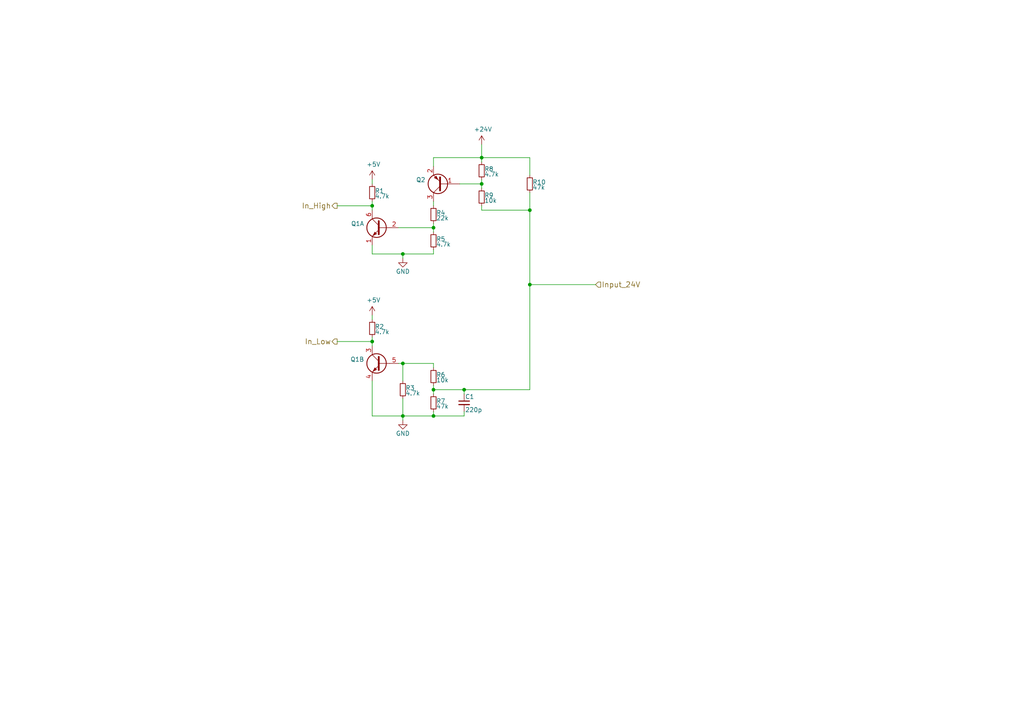
<source format=kicad_sch>
(kicad_sch (version 20211123) (generator eeschema)
  (paper "A4")
  (lib_symbols
    (symbol "LF-134-ETH-V1_0-rescue:C_Small-LF-134-CAN-4MX-rescue" (pin_numbers hide) (pin_names (offset 0.254) hide)
      (property "Reference" "C" (at 0.254 1.778 0))
      (property "Value" "C_Small-LF-134-CAN-4MX-rescue" (at 0.254 -2.032 0))
      (symbol "C_Small-LF-134-CAN-4MX-rescue_0_1"
        (polyline (pts (xy -1.524 -0.508) (xy 1.524 -0.508)) (stroke (width 0.3302)))
        (polyline (pts (xy -1.524 0.508) (xy 1.524 0.508)) (stroke (width 0.3048)))
      )
      (symbol "C_Small-LF-134-CAN-4MX-rescue_1_1"
        (pin passive line (at 0 2.54 270) (length 2.032) (name "~") (number "1"))
        (pin passive line (at 0 -2.54 90) (length 2.032) (name "~") (number "2"))
      )
    )
    (symbol "LF-134-ETH-V1_0-rescue:GND-LF-134-CAN-4MX-rescue" (power) (pin_names (offset 0))
      (property "Value" "GND-LF-134-CAN-4MX-rescue" (at 0 -3.81 0))
      (symbol "GND-LF-134-CAN-4MX-rescue_0_1"
        (polyline (pts (xy 0 0) (xy 0 -1.27) (xy 1.27 -1.27) (xy 0 -2.54) (xy -1.27 -1.27) (xy 0 -1.27)))
      )
      (symbol "GND-LF-134-CAN-4MX-rescue_1_1"
        (pin power_in line (at 0 0 270) (length 0) hide (name "GND") (number "1"))
      )
    )
    (symbol "LF-134-ETH-V1_0-rescue:Q_DUAL_NPN_NPN_E1B1C2E2B2C1-device" (pin_names (offset 0) hide)
      (property "Reference" "Q" (at 5.08 1.27 0))
      (property "Value" "Q_DUAL_NPN_NPN_E1B1C2E2B2C1-device" (at 5.08 -1.27 0))
      (symbol "Q_DUAL_NPN_NPN_E1B1C2E2B2C1-device_0_1"
        (polyline (pts (xy 0.635 0) (xy -2.54 0)))
        (polyline (pts (xy 0.635 0.635) (xy 2.54 2.54)))
        (polyline (pts (xy 0.635 -0.635) (xy 2.54 -2.54) (xy 2.54 -2.54)))
        (polyline (pts (xy 0.635 1.905) (xy 0.635 -1.905) (xy 0.635 -1.905)) (stroke (width 0.508)))
        (polyline (pts (xy 1.27 -1.778) (xy 1.778 -1.27) (xy 2.286 -2.286) (xy 1.27 -1.778) (xy 1.27 -1.778)) (fill (type outline)))
        (circle (center 1.27 0) (radius 2.8194) (stroke (width 0.254)))
      )
      (symbol "Q_DUAL_NPN_NPN_E1B1C2E2B2C1-device_1_1"
        (pin passive line (at 2.54 -5.08 90) (length 2.54) (name "E1") (number "1"))
        (pin input line (at -5.08 0 0) (length 2.54) (name "B1") (number "2"))
        (pin passive line (at 2.54 5.08 270) (length 2.54) (name "C1") (number "6"))
      )
      (symbol "Q_DUAL_NPN_NPN_E1B1C2E2B2C1-device_2_1"
        (pin passive line (at 2.54 5.08 270) (length 2.54) (name "C2") (number "3"))
        (pin passive line (at 2.54 -5.08 90) (length 2.54) (name "E2") (number "4"))
        (pin input line (at -5.08 0 0) (length 2.54) (name "B2") (number "5"))
      )
    )
    (symbol "LF-134-ETH-V1_0-rescue:Q_PNP_BEC-device" (pin_names (offset 0) hide)
      (property "Reference" "Q" (at 5.08 1.27 0))
      (property "Value" "Q_PNP_BEC-device" (at 5.08 -1.27 0))
      (symbol "Q_PNP_BEC-device_0_1"
        (polyline (pts (xy 0.635 0.635) (xy 2.54 2.54)))
        (polyline (pts (xy 0.635 -0.635) (xy 2.54 -2.54) (xy 2.54 -2.54)))
        (polyline (pts (xy 0.635 1.905) (xy 0.635 -1.905) (xy 0.635 -1.905)) (stroke (width 0.508)))
        (polyline (pts (xy 2.286 -1.778) (xy 1.778 -2.286) (xy 1.27 -1.27) (xy 2.286 -1.778) (xy 2.286 -1.778)) (fill (type outline)))
        (circle (center 1.27 0) (radius 2.8194) (stroke (width 0.254)))
      )
      (symbol "Q_PNP_BEC-device_1_1"
        (pin input line (at -5.08 0 0) (length 5.715) (name "B") (number "1"))
        (pin passive line (at 2.54 -5.08 90) (length 2.54) (name "E") (number "2"))
        (pin passive line (at 2.54 5.08 270) (length 2.54) (name "C") (number "3"))
      )
    )
    (symbol "LF-134-ETH-V1_0-rescue:R_Small-LF-134-CAN-4MX-rescue" (pin_numbers hide) (pin_names (offset 0.254) hide)
      (property "Reference" "R" (at 0.762 0.508 0))
      (property "Value" "R_Small-LF-134-CAN-4MX-rescue" (at 0.762 -1.016 0))
      (symbol "R_Small-LF-134-CAN-4MX-rescue_0_1"
        (rectangle (start -0.762 1.778) (end 0.762 -1.778) (stroke (width 0.2032)))
      )
      (symbol "R_Small-LF-134-CAN-4MX-rescue_1_1"
        (pin passive line (at 0 2.54 270) (length 0.762) (name "~") (number "1"))
        (pin passive line (at 0 -2.54 90) (length 0.762) (name "~") (number "2"))
      )
    )
    (symbol "power:+24V" (power) (pin_names (offset 0))
      (property "Value" "+24V" (at 0 3.556 0))
      (symbol "+24V_0_1"
        (polyline (pts (xy -0.762 1.27) (xy 0 2.54)))
        (polyline (pts (xy 0 0) (xy 0 2.54)))
        (polyline (pts (xy 0 2.54) (xy 0.762 1.27)))
      )
      (symbol "+24V_1_1"
        (pin power_in line (at 0 0 90) (length 0) hide (name "+24V") (number "1"))
      )
    )
    (symbol "power:+5V" (power) (pin_names (offset 0))
      (property "Value" "+5V" (at 0 3.556 0))
      (symbol "+5V_0_1"
        (polyline (pts (xy -0.762 1.27) (xy 0 2.54)))
        (polyline (pts (xy 0 0) (xy 0 2.54)))
        (polyline (pts (xy 0 2.54) (xy 0.762 1.27)))
      )
      (symbol "+5V_1_1"
        (pin power_in line (at 0 0 90) (length 0) hide (name "+5V") (number "1"))
      )
    )
  )
  (junction (at 125.73 120.65))
  (junction (at 134.62 113.03))
  (junction (at 125.73 66.04))
  (junction (at 107.95 59.69))
  (junction (at 116.84 73.66))
  (junction (at 139.7 53.34))
  (junction (at 153.67 60.96))
  (junction (at 125.73 113.03))
  (junction (at 116.84 105.41))
  (junction (at 116.84 120.65))
  (junction (at 139.7 45.72))
  (junction (at 153.67 82.55))
  (junction (at 107.95 99.06))
  (wire (pts (xy 134.62 113.03) (xy 153.67 113.03)))
  (wire (pts (xy 107.95 59.69) (xy 107.95 58.42)))
  (wire (pts (xy 125.73 120.65) (xy 125.73 119.38)))
  (wire (pts (xy 115.57 66.04) (xy 125.73 66.04)))
  (wire (pts (xy 107.95 59.69) (xy 97.79 59.69)))
  (wire (pts (xy 116.84 120.65) (xy 125.73 120.65)))
  (wire (pts (xy 153.67 45.72) (xy 153.67 50.8)))
  (wire (pts (xy 107.95 53.34) (xy 107.95 52.07)))
  (wire (pts (xy 107.95 92.71) (xy 107.95 91.44)))
  (wire (pts (xy 125.73 114.3) (xy 125.73 113.03)))
  (wire (pts (xy 116.84 115.57) (xy 116.84 120.65)))
  (wire (pts (xy 153.67 82.55) (xy 172.72 82.55)))
  (wire (pts (xy 107.95 71.12) (xy 107.95 73.66)))
  (wire (pts (xy 139.7 45.72) (xy 153.67 45.72)))
  (wire (pts (xy 134.62 113.03) (xy 134.62 114.3)))
  (wire (pts (xy 139.7 46.99) (xy 139.7 45.72)))
  (wire (pts (xy 107.95 97.79) (xy 107.95 99.06)))
  (wire (pts (xy 116.84 74.93) (xy 116.84 73.66)))
  (wire (pts (xy 125.73 58.42) (xy 125.73 59.69)))
  (wire (pts (xy 153.67 55.88) (xy 153.67 60.96)))
  (wire (pts (xy 107.95 100.33) (xy 107.95 99.06)))
  (wire (pts (xy 139.7 45.72) (xy 139.7 41.91)))
  (wire (pts (xy 116.84 105.41) (xy 125.73 105.41)))
  (wire (pts (xy 125.73 64.77) (xy 125.73 66.04)))
  (wire (pts (xy 97.79 99.06) (xy 107.95 99.06)))
  (wire (pts (xy 139.7 59.69) (xy 139.7 60.96)))
  (wire (pts (xy 139.7 53.34) (xy 139.7 52.07)))
  (wire (pts (xy 125.73 48.26) (xy 125.73 45.72)))
  (wire (pts (xy 125.73 111.76) (xy 125.73 113.03)))
  (wire (pts (xy 116.84 120.65) (xy 107.95 120.65)))
  (wire (pts (xy 139.7 60.96) (xy 153.67 60.96)))
  (wire (pts (xy 153.67 113.03) (xy 153.67 82.55)))
  (wire (pts (xy 125.73 73.66) (xy 125.73 72.39)))
  (wire (pts (xy 134.62 113.03) (xy 125.73 113.03)))
  (wire (pts (xy 133.35 53.34) (xy 139.7 53.34)))
  (wire (pts (xy 125.73 45.72) (xy 139.7 45.72)))
  (wire (pts (xy 107.95 120.65) (xy 107.95 110.49)))
  (wire (pts (xy 115.57 105.41) (xy 116.84 105.41)))
  (wire (pts (xy 134.62 119.38) (xy 134.62 120.65)))
  (wire (pts (xy 116.84 121.92) (xy 116.84 120.65)))
  (wire (pts (xy 116.84 110.49) (xy 116.84 105.41)))
  (wire (pts (xy 125.73 105.41) (xy 125.73 106.68)))
  (wire (pts (xy 134.62 120.65) (xy 125.73 120.65)))
  (wire (pts (xy 116.84 73.66) (xy 125.73 73.66)))
  (wire (pts (xy 125.73 67.31) (xy 125.73 66.04)))
  (wire (pts (xy 107.95 73.66) (xy 116.84 73.66)))
  (wire (pts (xy 107.95 60.96) (xy 107.95 59.69)))
  (wire (pts (xy 153.67 60.96) (xy 153.67 82.55)))
  (wire (pts (xy 139.7 53.34) (xy 139.7 54.61)))
  (hierarchical_label "In_High" (shape output) (at 97.79 59.69 180) (effects (font (size 1.524 1.524))))
  (hierarchical_label "In_Low" (shape output) (at 97.79 99.06 180) (effects (font (size 1.524 1.524))))
  (hierarchical_label "Input_24V" (shape input) (at 172.72 82.55 0) (effects (font (size 1.524 1.524))))
  (symbol (lib_id "LF-134-ETH-V1_0-rescue:R_Small-LF-134-CAN-4MX-rescue") (at 107.95 95.25 0) (unit 1)
    (property "Reference" "R2" (at 108.712 94.742 0) (effects (justify left)))
    (property "Value" "4.7k" (at 108.712 96.266 0) (effects (justify left)))
    (property "Footprint" "Resistor_SMD:R_0603_1608Metric" (effects hide))
    (property "User_Description" "1%" (effects hide))
  )
  (symbol (lib_id "LF-134-ETH-V1_0-rescue:R_Small-LF-134-CAN-4MX-rescue") (at 139.7 57.15 0) (unit 1)
    (property "Reference" "R9" (at 140.462 56.642 0) (effects (justify left)))
    (property "Value" "10k" (at 140.462 58.166 0) (effects (justify left)))
    (property "Footprint" "Resistor_SMD:R_0603_1608Metric" (effects hide))
    (property "User_Description" "1%" (effects hide))
    (property "Spice_Primitive" "R" (effects hide))
    (property "Spice_Model" "10k" (effects hide))
    (property "Spice_Netlist_Enabled" "Y" (effects hide))
  )
  (symbol (lib_id "LF-134-ETH-V1_0-rescue:C_Small-LF-134-CAN-4MX-rescue") (at 134.62 116.84 0) (unit 1)
    (property "Reference" "C1" (at 134.874 115.062 0) (effects (justify left)))
    (property "Value" "220p" (at 134.874 118.872 0) (effects (justify left)))
    (property "Footprint" "Capacitor_SMD:C_0603_1608Metric" (effects hide))
    (property "User_Description" "50V, X7R, 1%" (effects hide))
  )
  (symbol (lib_id "LF-134-ETH-V1_0-rescue:R_Small-LF-134-CAN-4MX-rescue") (at 125.73 62.23 0) (unit 1)
    (property "Reference" "R4" (at 126.492 61.722 0) (effects (justify left)))
    (property "Value" "22k" (at 126.492 63.246 0) (effects (justify left)))
    (property "Footprint" "Resistor_SMD:R_0603_1608Metric" (effects hide))
    (property "User_Description" "1%" (effects hide))
  )
  (symbol (lib_id "LF-134-ETH-V1_0-rescue:R_Small-LF-134-CAN-4MX-rescue") (at 139.7 49.53 0) (unit 1)
    (property "Reference" "R8" (at 140.462 49.022 0) (effects (justify left)))
    (property "Value" "4.7k" (at 140.462 50.546 0) (effects (justify left)))
    (property "Footprint" "Resistor_SMD:R_0603_1608Metric" (effects hide))
    (property "User_Description" "1%" (effects hide))
  )
  (symbol (lib_id "power:+5V") (at 107.95 52.07 0) (unit 1)
    (property "Reference" "#PWR01" (effects hide))
    (property "Value" "+5V" (at 108.331 47.6758 0))
  )
  (symbol (lib_id "LF-134-ETH-V1_0-rescue:Q_PNP_BEC-device") (at 128.27 53.34 180) (unit 1)
    (property "Reference" "Q2" (at 123.4186 52.1716 0) (effects (justify left)))
    (property "Value" "Q_PNP_BEC" (effects hide))
    (property "Footprint" "Package_TO_SOT_SMD:SOT-723" (effects hide))
    (property "Manufacturer" "ON Semiconductor" (effects hide))
    (property "Part No." "BC856BM3T5G" (effects hide))
    (property "Spice_Primitive" "Q" (effects hide))
    (property "Spice_Model" "Q_PNP_BEC" (effects hide))
    (property "Spice_Netlist_Enabled" "Y" (effects hide))
  )
  (symbol (lib_id "LF-134-ETH-V1_0-rescue:R_Small-LF-134-CAN-4MX-rescue") (at 125.73 109.22 0) (unit 1)
    (property "Reference" "R6" (at 126.492 108.712 0) (effects (justify left)))
    (property "Value" "10k" (at 126.492 110.236 0) (effects (justify left)))
    (property "Footprint" "Resistor_SMD:R_0603_1608Metric" (effects hide))
    (property "User_Description" "1%" (effects hide))
  )
  (symbol (lib_id "LF-134-ETH-V1_0-rescue:R_Small-LF-134-CAN-4MX-rescue") (at 125.73 69.85 0) (unit 1)
    (property "Reference" "R5" (at 126.492 69.342 0) (effects (justify left)))
    (property "Value" "4.7k" (at 126.492 70.866 0) (effects (justify left)))
    (property "Footprint" "Resistor_SMD:R_0603_1608Metric" (effects hide))
    (property "User_Description" "1%" (effects hide))
  )
  (symbol (lib_id "power:+5V") (at 107.95 91.44 0) (unit 1)
    (property "Reference" "#PWR02" (effects hide))
    (property "Value" "+5V" (at 108.331 87.0458 0))
  )
  (symbol (lib_id "LF-134-ETH-V1_0-rescue:GND-LF-134-CAN-4MX-rescue") (at 116.84 74.93 0) (unit 1)
    (property "Reference" "#PWR03" (effects hide))
    (property "Value" "GND" (at 116.84 78.74 0))
  )
  (symbol (lib_id "LF-134-ETH-V1_0-rescue:R_Small-LF-134-CAN-4MX-rescue") (at 153.67 53.34 0) (unit 1)
    (property "Reference" "R10" (at 154.432 52.832 0) (effects (justify left)))
    (property "Value" "47k" (at 154.432 54.356 0) (effects (justify left)))
    (property "Footprint" "Resistor_SMD:R_0603_1608Metric" (effects hide))
    (property "User_Description" "1%" (effects hide))
  )
  (symbol (lib_id "power:+24V") (at 139.7 41.91 0) (unit 1)
    (property "Reference" "#PWR05" (effects hide))
    (property "Value" "+24V" (at 140.081 37.5158 0))
  )
  (symbol (lib_id "LF-134-ETH-V1_0-rescue:GND-LF-134-CAN-4MX-rescue") (at 116.84 121.92 0) (unit 1)
    (property "Reference" "#PWR04" (effects hide))
    (property "Value" "GND" (at 116.84 125.73 0))
  )
  (symbol (lib_id "LF-134-ETH-V1_0-rescue:R_Small-LF-134-CAN-4MX-rescue") (at 125.73 116.84 0) (unit 1)
    (property "Reference" "R7" (at 126.492 116.332 0) (effects (justify left)))
    (property "Value" "47k" (at 126.492 117.856 0) (effects (justify left)))
    (property "Footprint" "Resistor_SMD:R_0603_1608Metric" (effects hide))
    (property "User_Description" "1%" (effects hide))
  )
  (symbol (lib_id "LF-134-ETH-V1_0-rescue:Q_DUAL_NPN_NPN_E1B1C2E2B2C1-device") (at 110.49 66.04 0) (mirror y) (unit 1)
    (property "Reference" "Q1" (at 105.6386 64.8716 0) (effects (justify left)))
    (property "Value" "Q_DUAL_NPN_NPN_E1B1C2E2B2C1" (effects hide))
    (property "Footprint" "Package_TO_SOT_SMD:SOT-666" (effects hide))
    (property "Manufacturer" "Nexperia" (effects hide))
    (property "Part No." "PMBT3904VS,115" (effects hide))
  )
  (symbol (lib_id "LF-134-ETH-V1_0-rescue:Q_DUAL_NPN_NPN_E1B1C2E2B2C1-device") (at 110.49 105.41 0) (mirror y) (unit 2)
    (property "Reference" "Q1" (at 105.6386 104.2416 0) (effects (justify left)))
    (property "Value" "Q_DUAL_NPN_NPN_E1B1C2E2B2C1" (effects hide))
    (property "Footprint" "Package_TO_SOT_SMD:SOT-666" (effects hide))
    (property "Manufacturer" "Nexperia" (effects hide))
    (property "Part No." "PMBT3904VS,115" (effects hide))
  )
  (symbol (lib_id "LF-134-ETH-V1_0-rescue:R_Small-LF-134-CAN-4MX-rescue") (at 116.84 113.03 0) (unit 1)
    (property "Reference" "R3" (at 117.602 112.522 0) (effects (justify left)))
    (property "Value" "4.7k" (at 117.602 114.046 0) (effects (justify left)))
    (property "Footprint" "Resistor_SMD:R_0603_1608Metric" (effects hide))
    (property "User_Description" "1%" (effects hide))
  )
  (symbol (lib_id "LF-134-ETH-V1_0-rescue:R_Small-LF-134-CAN-4MX-rescue") (at 107.95 55.88 0) (unit 1)
    (property "Reference" "R1" (at 108.712 55.372 0) (effects (justify left)))
    (property "Value" "4.7k" (at 108.712 56.896 0) (effects (justify left)))
    (property "Footprint" "Resistor_SMD:R_0603_1608Metric" (effects hide))
    (property "User_Description" "1%" (effects hide))
  )
)
</source>
